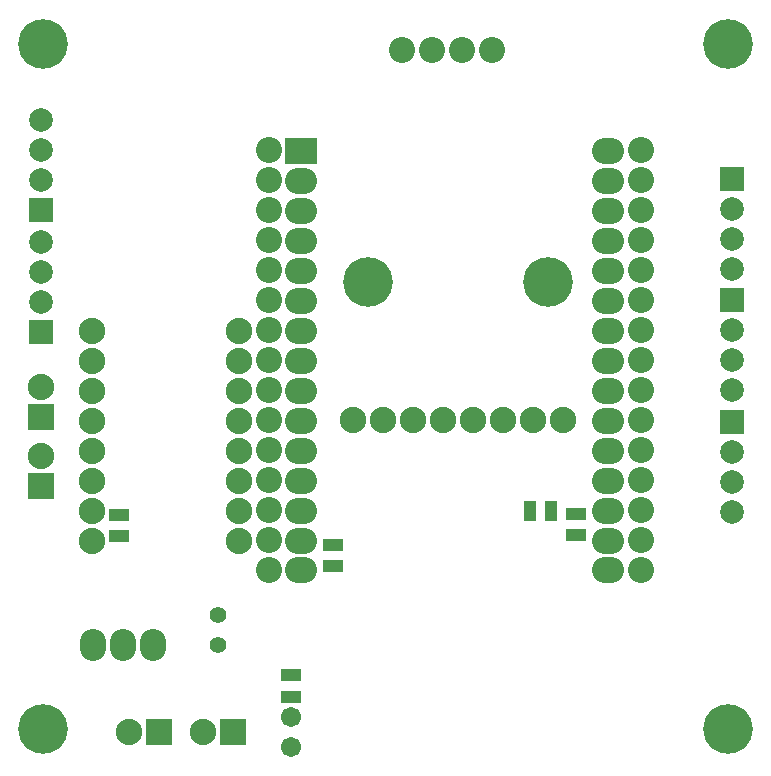
<source format=gbs>
G04*
G04 #@! TF.GenerationSoftware,Altium Limited,Altium Designer,18.1.1 (9)*
G04*
G04 Layer_Color=16711935*
%FSLAX44Y44*%
%MOMM*%
G71*
G01*
G75*
%ADD17C,2.2352*%
%ADD18C,1.4032*%
%ADD19C,2.2032*%
%ADD20O,2.7032X2.2032*%
%ADD21R,2.7032X2.2032*%
%ADD22O,2.2032X2.7032*%
%ADD23C,1.7032*%
%ADD24C,2.0032*%
%ADD25R,2.0032X2.0032*%
%ADD26R,2.2352X2.2352*%
%ADD27R,2.2352X2.2352*%
%ADD28C,4.2032*%
%ADD44R,1.6532X1.1032*%
%ADD45R,1.1032X1.6532*%
D17*
X297180Y295910D02*
D03*
X322580D02*
D03*
X347980D02*
D03*
X373380D02*
D03*
X398780D02*
D03*
X424180D02*
D03*
X449580D02*
D03*
X474980D02*
D03*
X76200Y372050D02*
D03*
Y346650D02*
D03*
Y321250D02*
D03*
Y295850D02*
D03*
Y270450D02*
D03*
Y245050D02*
D03*
Y219650D02*
D03*
Y194250D02*
D03*
X200660D02*
D03*
Y219650D02*
D03*
Y245050D02*
D03*
Y270450D02*
D03*
Y295850D02*
D03*
Y321250D02*
D03*
Y346650D02*
D03*
Y372050D02*
D03*
X33020Y265430D02*
D03*
Y323850D02*
D03*
X107950Y32460D02*
D03*
X170180D02*
D03*
D18*
X182880Y130810D02*
D03*
Y105410D02*
D03*
D19*
X226060Y524510D02*
D03*
Y499110D02*
D03*
Y473710D02*
D03*
Y448310D02*
D03*
Y422910D02*
D03*
Y397510D02*
D03*
Y372110D02*
D03*
Y346710D02*
D03*
Y321310D02*
D03*
Y295910D02*
D03*
Y270510D02*
D03*
Y245110D02*
D03*
Y219710D02*
D03*
Y194310D02*
D03*
Y168910D02*
D03*
X541020Y524510D02*
D03*
Y499110D02*
D03*
Y473710D02*
D03*
Y448310D02*
D03*
Y422910D02*
D03*
Y397510D02*
D03*
Y372110D02*
D03*
Y346710D02*
D03*
Y321310D02*
D03*
Y295910D02*
D03*
Y270510D02*
D03*
Y245110D02*
D03*
Y219710D02*
D03*
Y194310D02*
D03*
Y168910D02*
D03*
X339090Y609600D02*
D03*
X364490D02*
D03*
X389890D02*
D03*
X415290D02*
D03*
D20*
X513080Y168910D02*
D03*
Y194250D02*
D03*
Y219590D02*
D03*
Y244930D02*
D03*
Y270270D02*
D03*
Y295610D02*
D03*
Y320950D02*
D03*
Y346290D02*
D03*
Y371630D02*
D03*
Y396970D02*
D03*
Y422310D02*
D03*
Y447650D02*
D03*
Y472990D02*
D03*
Y498330D02*
D03*
Y523670D02*
D03*
X253080Y168910D02*
D03*
Y194250D02*
D03*
Y219590D02*
D03*
Y244930D02*
D03*
Y270270D02*
D03*
Y295610D02*
D03*
Y320950D02*
D03*
Y346290D02*
D03*
Y371630D02*
D03*
Y396970D02*
D03*
Y422310D02*
D03*
Y447650D02*
D03*
Y472990D02*
D03*
Y498330D02*
D03*
D21*
Y523670D02*
D03*
D22*
X128270Y105410D02*
D03*
X102870D02*
D03*
X77470D02*
D03*
D23*
X245110Y44450D02*
D03*
Y19050D02*
D03*
D24*
X618490Y424180D02*
D03*
Y474980D02*
D03*
Y449580D02*
D03*
Y321310D02*
D03*
Y372110D02*
D03*
Y346710D02*
D03*
Y218440D02*
D03*
Y269240D02*
D03*
Y243840D02*
D03*
X33020Y447040D02*
D03*
Y396240D02*
D03*
Y421640D02*
D03*
Y549910D02*
D03*
Y499110D02*
D03*
Y524510D02*
D03*
D25*
X618490Y500380D02*
D03*
Y397510D02*
D03*
Y294640D02*
D03*
X33020Y370840D02*
D03*
Y473710D02*
D03*
D26*
Y240030D02*
D03*
Y298450D02*
D03*
D27*
X133350Y32460D02*
D03*
X195580D02*
D03*
D28*
X35000Y35000D02*
D03*
Y615000D02*
D03*
X615000Y35000D02*
D03*
X462280Y412750D02*
D03*
X309880D02*
D03*
X615000Y615000D02*
D03*
D44*
X99060Y216000D02*
D03*
Y198000D02*
D03*
X280670Y190720D02*
D03*
Y172720D02*
D03*
X486460Y198518D02*
D03*
Y216518D02*
D03*
X245110Y62010D02*
D03*
Y80010D02*
D03*
D45*
X464820Y219590D02*
D03*
X446820D02*
D03*
M02*

</source>
